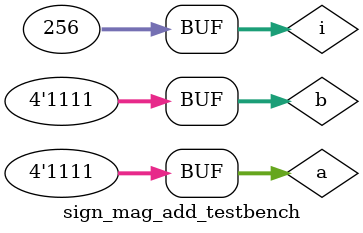
<source format=sv>
 
module sign_mag_add
   #(parameter N=4)
   (
    input  logic [N-1:0] a, b,
    output logic [N-1:0] sum
   );

   // signal declaration
   logic [N-2:0]  mag_a, mag_b, mag_sum, max, min;
   logic sign_a, sign_b, sign_sum;

   //body
   always_comb
   begin
      // separate magnitude and sign
      mag_a = a[N-2:0];
      mag_b = b[N-2:0];
      sign_a = a[N-1];
      sign_b = b[N-1];
      // sort according to magnitude
      if (mag_a > mag_b)
         begin
            max = mag_a;
            min = mag_b;
            sign_sum = sign_a;
         end
      else
         begin
            max = mag_b;
            min = mag_a;
            sign_sum = sign_b;
         end
      // add/sub magnitude
      if (sign_a==sign_b)
         mag_sum = max + min;
      else
         mag_sum = max - min;
      // form output
      sum = {sign_sum, mag_sum};
   end
endmodule


module sign_mag_add_testbench();
	
		logic [3:0] a,b,sum;

		sign_mag_add dut (a,b,sum);
		integer i;
		initial begin
		
			for(i=0; i<2**8; i++) begin
				{a,b} = i; #10;
			end	
		
		end
		/*
		initial begin		
		
		a = 4'b0000; b = 4'b0100; #10;
		a = 4'b0001; b = 4'b0111; #10;
		a = 4'b0001; b = 4'b1000; #10;
		a = 4'b0001; b = 4'b1001; #10;
		a = 4'b0011; b = 4'b1111; #10;
		a = 4'b1000; b = 4'b0000; #10;
		a = 4'b1000; b = 4'b0110; #10;
		a = 4'b1000; b = 4'b1000; #10;
		a = 4'b1001; b = 4'b0011; #10;
		a = 4'b1110; b = 4'b0010; #10;
		a = 4'b1110; b = 4'b0110; #10;
		a = 4'b1110; b = 4'b1111; #10;
			
		$stop;
		
		end 
		*/
endmodule

</source>
